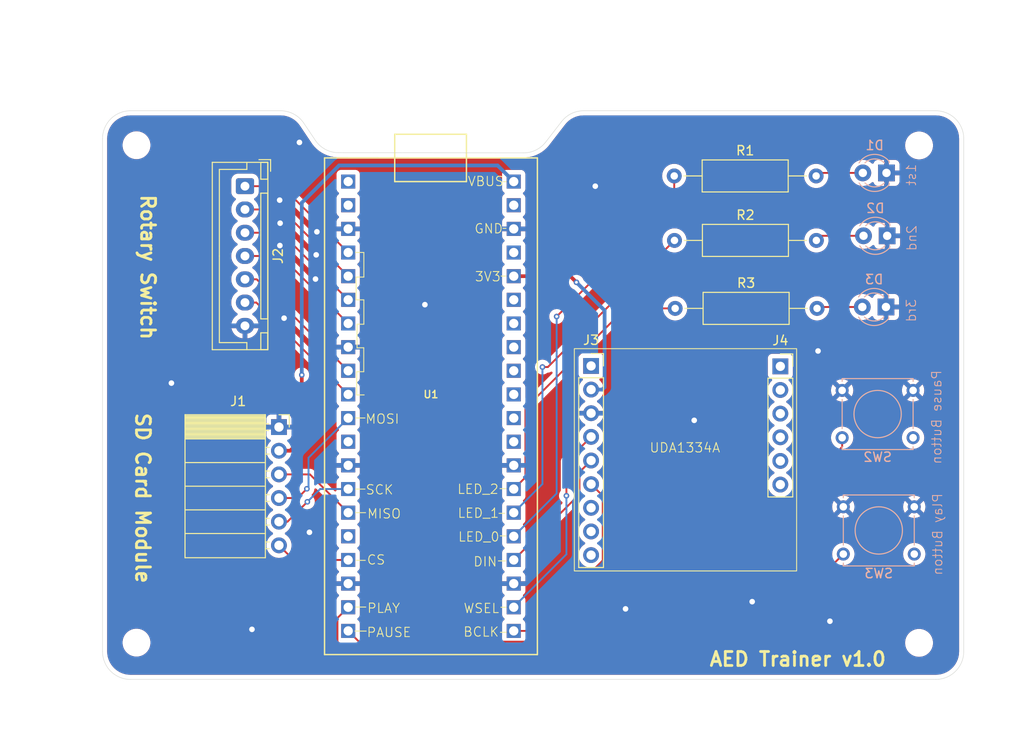
<source format=kicad_pcb>
(kicad_pcb (version 20240108) (generator "pcbnew") (generator_version "8.0")
  (layers (0 "F.Cu" signal) (31 "B.Cu" signal) (34 "B.Paste" user) (35 "F.Paste" user) (36 "B.SilkS" user "B.Silkscreen") (37 "F.SilkS" user "F.Silkscreen") (38 "B.Mask" user) (39 "F.Mask" user) (44 "Edge.Cuts" user))
  (net 0 "")
  (net 1 "Net-(D1-A)")
  (net 2 "GND")
  (net 3 "Net-(D2-A)")
  (net 4 "Net-(D3-A)")
  (net 5 "/SCK")
  (net 6 "/MOSI")
  (net 7 "/CS")
  (net 8 "/MISO")
  (net 9 "/GPIO_4")
  (net 10 "/GPIO_3")
  (net 11 "/GPIO_5")
  (net 12 "/GPIO_2")
  (net 13 "/GPIO_6")
  (net 14 "/GPIO_7")
  (net 15 "/3V3")
  (net 16 "/BCLK")
  (net 20 "/DIN")
  (net 22 "/WSEL")
  (net 29 "/LED_0")
  (net 30 "/LED_1")
  (net 31 "/LED_2")
  (net 32 "/PAUSE")
  (net 33 "/PLAY")
  (net 47 "/VBUS")
  (footprint "Connector_JST:JST_XH_B7B-XH-A_1x07_P2.50mm_Vertical" (layer "F.Cu") (at 105.325 65.775 -90)
    (property "Reference" "J2")
    (property "Value" "Conn_01x07_Socket_Rotary_Switch")
  )
  (footprint "MountingHole:MountingHole_2.5mm" (layer "F.Cu") (at 177.725 114.825)
    (property "Reference" "REF**" (hide yes))
    (property "Value" "MountingHole_2.5mm")
  )
  (footprint "MountingHole:MountingHole_2.5mm" (layer "F.Cu") (at 93.675 114.8)
    (property "Reference" "REF**" (hide yes))
    (property "Value" "MountingHole_2.5mm")
  )
  (footprint "Connector_PinSocket_2.54mm:PinSocket_1x06_P2.54mm_Horizontal" (layer "F.Cu") (at 108.975 91.65)
    (property "Reference" "J1")
    (property "Value" "Conn_01x06_Socket_SD_Card_Module")
  )
  (footprint "MountingHole:MountingHole_2.5mm" (layer "F.Cu") (at 93.675 61.375)
    (property "Reference" "REF**" (hide yes))
    (property "Value" "MountingHole_2.5mm")
  )
  (footprint "Resistor_THT:R_Axial_DIN0309_L9.0mm_D3.2mm_P15.24mm_Horizontal" (layer "F.Cu") (at 151.53 78.9)
    (property "Reference" "R3")
    (property "Value" "100")
  )
  (footprint "RPI_Pico:RASPBERRY_PI_PICO" (layer "F.Cu") (at 125.3012 88.1412)
    (property "Reference" "U1")
    (property "Value" "RASPBERRY_PI_PICO")
  )
  (footprint "Resistor_THT:R_Axial_DIN0309_L9.0mm_D3.2mm_P15.24mm_Horizontal" (layer "F.Cu") (at 151.455 71.6)
    (property "Reference" "R2")
    (property "Value" "100")
  )
  (footprint "Connector_PinSocket_2.54mm:PinSocket_1x09_P2.54mm_Vertical" (layer "F.Cu") (at 142.5 85.08)
    (property "Reference" "J3")
    (property "Value" "Conn_01x09_Socket_UDA1334A_1")
  )
  (footprint "Connector_PinSocket_2.54mm:PinSocket_1x06_P2.54mm_Vertical" (layer "F.Cu") (at 162.825 85.125)
    (property "Reference" "J4")
    (property "Value" "Conn_01x06_Socket_UDA1334A_2" (hide yes))
  )
  (footprint "MountingHole:MountingHole_2.5mm" (layer "F.Cu") (at 177.725 61.4)
    (property "Reference" "REF**" (hide yes))
    (property "Value" "MountingHole_2.5mm")
  )
  (footprint "Resistor_THT:R_Axial_DIN0309_L9.0mm_D3.2mm_P15.24mm_Horizontal" (layer "F.Cu") (at 151.43 64.675)
    (property "Reference" "R1")
    (property "Value" "100")
  )
  (footprint "LED_THT:LED_D3.0mm" (layer "B.Cu") (at 174.3 71.105 180)
    (property "Reference" "D2")
    (property "Value" "LED")
  )
  (footprint "Button_Switch_THT:SW_Tactile_Straight_KSL0Axx1LFTR" (layer "B.Cu") (at 169.59 105.29)
    (property "Reference" "SW3")
    (property "Value" "SW_Push_PLAY")
  )
  (footprint "LED_THT:LED_D3.0mm" (layer "B.Cu") (at 174.225 64.35 180)
    (property "Reference" "D1")
    (property "Value" "LED")
  )
  (footprint "LED_THT:LED_D3.0mm" (layer "B.Cu") (at 174.17 78.75 180)
    (property "Reference" "D3")
    (property "Value" "LED")
  )
  (footprint "Button_Switch_THT:SW_Tactile_Straight_KSL0Axx1LFTR" (layer "B.Cu") (at 169.465 92.79)
    (property "Reference" "SW2")
    (property "Value" "SW_PAUSE")
  )
  (gr_rect (start 140.7 83.225) (end 164.575 107.1) (stroke (width 0.1)) (fill none) (layer "F.SilkS"))
  (gr_arc (start 115.371058 62.176739) (mid 113.962374 61.823719) (end 112.884577 60.850405) (stroke (width 0.05)) (layer "Edge.Cuts"))
  (gr_arc (start 139.324252 58.839538) (mid 140.375576 57.981839) (end 141.697242 57.675) (stroke (width 0.05)) (layer "Edge.Cuts"))
  (gr_arc (start 93.025 118.75) (mid 90.90368 117.87132) (end 90.025 115.75) (stroke (width 0.05)) (layer "Edge.Cuts"))
  (gr_line (start 182.525 60.675) (end 182.525 115.75) (stroke (width 0.05)) (layer "Edge.Cuts"))
  (gr_line (start 179.525 118.75) (end 93.025 118.75) (stroke (width 0.05)) (layer "Edge.Cuts"))
  (gr_arc (start 182.525 115.75) (mid 181.64632 117.87132) (end 179.525 118.75) (stroke (width 0.05)) (layer "Edge.Cuts"))
  (gr_arc (start 137.626989 61.033857) (mid 136.574201 61.89229) (end 135.250731 62.198394) (stroke (width 0.05)) (layer "Edge.Cuts"))
  (gr_arc (start 109.151844 57.675) (mid 110.562328 58.027282) (end 111.641592 59.001336) (stroke (width 0.05)) (layer "Edge.Cuts"))
  (gr_line (start 111.641592 59.001336) (end 112.884577 60.850405) (stroke (width 0.05)) (layer "Edge.Cuts"))
  (gr_line (start 141.697242 57.675) (end 179.525 57.675) (stroke (width 0.05)) (layer "Edge.Cuts"))
  (gr_arc (start 179.525 57.675) (mid 181.64632 58.55368) (end 182.525 60.675) (stroke (width 0.05)) (layer "Edge.Cuts"))
  (gr_arc (start 90.025 60.675) (mid 90.90368 58.55368) (end 93.025 57.675) (stroke (width 0.05)) (layer "Edge.Cuts"))
  (gr_line (start 90.025 115.75) (end 90.025 60.675) (stroke (width 0.05)) (layer "Edge.Cuts"))
  (gr_line (start 109.151844 57.675) (end 93.025 57.675) (stroke (width 0.05)) (layer "Edge.Cuts"))
  (gr_line (start 115.371058 62.176739) (end 135.250731 62.198394) (stroke (width 0.05)) (layer "Edge.Cuts"))
  (gr_line (start 137.626989 61.033857) (end 139.324252 58.839538) (stroke (width 0.05)) (layer "Edge.Cuts"))
  (gr_text "3rd" (at 177.475 77.825 90) (layer "B.SilkS") (effects (font (size 1 1) (thickness 0.1)) (justify left bottom mirror)))
  (gr_text "Play Button" (at 180.3 98.7 90) (layer "B.SilkS") (effects (font (size 1 1) (thickness 0.1)) (justify left bottom mirror)))
  (gr_text "2nd" (at 177.525 69.9 90) (layer "B.SilkS") (effects (font (size 1 1) (thickness 0.1)) (justify left bottom mirror)))
  (gr_text "1st" (at 177.475 63.325 90) (layer "B.SilkS") (effects (font (size 1 1) (thickness 0.1)) (justify left bottom mirror)))
  (gr_text "Pause Button" (at 180.2 85.475 90) (layer "B.SilkS") (effects (font (size 1 1) (thickness 0.1)) (justify left bottom mirror)))
  (gr_text "AED Trainer v1.0" (at 155.075 117.45 0) (layer "F.SilkS") (effects (font (size 1.5 1.5) (thickness 0.3) (bold yes)) (justify left bottom)))
  (gr_text "Rotary Switch" (at 94.025 66.525 270) (layer "F.SilkS") (effects (font (size 1.5 1.5) (thickness 0.3) (bold yes)) (justify left bottom)))
  (gr_text "UDA1334A" (at 148.725 94.45 0) (layer "F.SilkS") (effects (font (size 1 1) (thickness 0.1)) (justify left bottom)))
  (gr_text "SD Card Module" (at 93.475 89.975 -90) (layer "F.SilkS") (effects (font (size 1.5 1.5) (thickness 0.3) (bold yes)) (justify left bottom)))
  (segment (start 171.685 64.35) (end 166.995 64.35) (width 0.2) (layer "F.Cu") (net 1))
  (segment (start 166.995 64.35) (end 166.67 64.675) (width 0.2) (layer "F.Cu") (net 1))
  (via (at 112.9 75.75) (size 1.2) (drill 0.6) (layers "F.Cu" "B.Cu") (net 2))
  (via (at 146.2 111.175) (size 1.2) (drill 0.6) (layers "F.Cu" "B.Cu") (net 2))
  (via (at 97.425 86.925) (size 1.2) (drill 0.6) (layers "F.Cu" "B.Cu") (net 2))
  (via (at 109.1 69.75) (size 1.2) (drill 0.6) (layers "F.Cu" "B.Cu") (net 2))
  (via (at 124.65 78.5) (size 1.2) (drill 0.6) (layers "F.Cu" "B.Cu") (net 2))
  (via (at 111.175 61.075) (size 1.2) (drill 0.6) (layers "F.Cu" "B.Cu") (net 2))
  (via (at 112.25 102.95) (size 1.2) (drill 0.6) (layers "F.Cu" "B.Cu") (net 2))
  (via (at 159.8 110.4) (size 1.2) (drill 0.6) (layers "F.Cu" "B.Cu") (net 2))
  (via (at 109.075 72.15) (size 1.2) (drill 0.6) (layers "F.Cu" "B.Cu") (net 2))
  (via (at 113.05 70.675) (size 1.2) (drill 0.6) (layers "F.Cu" "B.Cu") (net 2))
  (via (at 142.95 65.775) (size 1.2) (drill 0.6) (layers "F.Cu" "B.Cu") (net 2))
  (via (at 168.15 112.5) (size 1.2) (drill 0.6) (layers "F.Cu" "B.Cu") (net 2))
  (via (at 109.05 67.275) (size 1.2) (drill 0.6) (layers "F.Cu" "B.Cu") (net 2))
  (via (at 166.875 83.475) (size 1.2) (drill 0.6) (layers "F.Cu" "B.Cu") (net 2))
  (via (at 106.075 113.375) (size 1.2) (drill 0.6) (layers "F.Cu" "B.Cu") (net 2))
  (via (at 153.575 90.925) (size 1.2) (drill 0.6) (layers "F.Cu" "B.Cu") (net 2))
  (via (at 112.975 73.15) (size 1.2) (drill 0.6) (layers "F.Cu" "B.Cu") (net 2))
  (via (at 109.525 79.95) (size 1.2) (drill 0.6) (layers "F.Cu" "B.Cu") (net 2))
  (segment (start 167.19 71.105) (end 166.695 71.6) (width 0.2) (layer "F.Cu") (net 3))
  (segment (start 171.76 71.105) (end 167.19 71.105) (width 0.2) (layer "F.Cu") (net 3))
  (segment (start 171.63 78.75) (end 166.92 78.75) (width 0.2) (layer "F.Cu") (net 4))
  (segment (start 166.92 78.75) (end 166.77 78.9) (width 0.2) (layer "F.Cu") (net 4))
  (segment (start 108.975 101.81) (end 109.89 101.81) (width 0.2) (layer "F.Cu") (net 5))
  (segment (start 109.89 101.81) (end 112.025 99.675) (width 0.2) (layer "F.Cu") (net 5))
  (via (at 112.025 99.675) (size 0.6) (drill 0.3) (layers "F.Cu" "B.Cu") (net 5))
  (segment (start 113.3988 98.3012) (end 116.4112 98.3012) (width 0.2) (layer "B.Cu") (net 5))
  (segment (start 112.025 99.675) (end 113.3988 98.3012) (width 0.2) (layer "B.Cu") (net 5))
  (segment (start 110.98 99.27) (end 111.975 98.275) (width 0.2) (layer "F.Cu") (net 6))
  (segment (start 108.975 99.27) (end 110.98 99.27) (width 0.2) (layer "F.Cu") (net 6))
  (via (at 111.975 98.275) (size 0.6) (drill 0.3) (layers "F.Cu" "B.Cu") (net 6))
  (segment (start 111.975 98.275) (end 112.15 98.1) (width 0.2) (layer "B.Cu") (net 6))
  (segment (start 112.15 94.9424) (end 116.4112 90.6812) (width 0.2) (layer "B.Cu") (net 6))
  (segment (start 112.15 98.1) (end 112.15 94.9424) (width 0.2) (layer "B.Cu") (net 6))
  (segment (start 108.975 104.35) (end 110.5462 105.9212) (width 0.2) (layer "F.Cu") (net 7))
  (segment (start 110.5462 105.9212) (end 116.4112 105.9212) (width 0.2) (layer "F.Cu") (net 7))
  (segment (start 108.975 96.73) (end 112.3 96.73) (width 0.2) (layer "F.Cu") (net 8))
  (segment (start 112.3 96.73) (end 116.4112 100.8412) (width 0.2) (layer "F.Cu") (net 8))
  (segment (start 105.325 70.775) (end 109.205 70.775) (width 0.2) (layer "F.Cu") (net 9))
  (segment (start 109.205 70.775) (end 116.4112 77.9812) (width 0.2) (layer "F.Cu") (net 9))
  (segment (start 109.245 68.275) (end 116.4112 75.4412) (width 0.2) (layer "F.Cu") (net 10))
  (segment (start 105.325 68.275) (end 109.245 68.275) (width 0.2) (layer "F.Cu") (net 10))
  (segment (start 109.165 73.275) (end 116.4112 80.5212) (width 0.2) (layer "F.Cu") (net 11))
  (segment (start 105.325 73.275) (end 109.165 73.275) (width 0.2) (layer "F.Cu") (net 11))
  (segment (start 105.325 65.775) (end 109.285 65.775) (width 0.2) (layer "F.Cu") (net 12))
  (segment (start 109.285 65.775) (end 116.4112 72.9012) (width 0.2) (layer "F.Cu") (net 12))
  (segment (start 105.325 75.775) (end 106.585 75.775) (width 0.2) (layer "F.Cu") (net 13))
  (segment (start 106.585 75.775) (end 116.4112 85.6012) (width 0.2) (layer "F.Cu") (net 13))
  (segment (start 106.545 78.275) (end 116.4112 88.1412) (width 0.2) (layer "F.Cu") (net 14))
  (segment (start 105.325 78.275) (end 106.545 78.275) (width 0.2) (layer "F.Cu") (net 14))
  (segment (start 140.2662 75.4412) (end 140.925 76.1) (width 0.4) (layer "F.Cu") (net 15))
  (segment (start 134.1912 75.4412) (end 140.2662 75.4412) (width 0.4) (layer "F.Cu") (net 15))
  (via (at 140.925 76.1) (size 0.6) (drill 0.3) (layers "F.Cu" "B.Cu") (net 15))
  (segment (start 140.925 76.1) (end 143.95 79.125) (width 0.4) (layer "B.Cu") (net 15))
  (segment (start 143.95 79.125) (end 143.95 87.372081) (width 0.4) (layer "B.Cu") (net 15))
  (segment (start 143.702081 87.62) (end 142.5 87.62) (width 0.4) (layer "B.Cu") (net 15))
  (segment (start 143.95 87.372081) (end 143.702081 87.62) (width 0.4) (layer "B.Cu") (net 15))
  (segment (start 143.75 105.975) (end 136.1838 113.5412) (width 0.2) (layer "F.Cu") (net 16))
  (segment (start 142.5 97.78) (end 143.75 99.03) (width 0.2) (layer "F.Cu") (net 16))
  (segment (start 143.75 99.03) (end 143.75 105.975) (width 0.2) (layer "F.Cu") (net 16))
  (segment (start 136.1838 113.5412) (end 134.1912 113.5412) (width 0.2) (layer "F.Cu") (net 16))
  (segment (start 141.25 98.8624) (end 134.1912 105.9212) (width 0.2) (layer "F.Cu") (net 20))
  (segment (start 141.25 96.49) (end 141.25 98.8624) (width 0.2) (layer "F.Cu") (net 20))
  (segment (start 142.5 95.24) (end 141.25 96.49) (width 0.2) (layer "F.Cu") (net 20))
  (segment (start 139.85 95.35) (end 139.85 99.025) (width 0.2) (layer "F.Cu") (net 22))
  (segment (start 142.5 92.7) (end 139.85 95.35) (width 0.2) (layer "F.Cu") (net 22))
  (via (at 139.85 99.025) (size 0.6) (drill 0.3) (layers "F.Cu" "B.Cu") (net 22))
  (segment (start 139.85 99.025) (end 139.85 105.3104) (width 0.2) (layer "B.Cu") (net 22))
  (segment (start 134.1912 110.9692) (end 134.1912 111.0012) (width 0.2) (layer "B.Cu") (net 22))
  (segment (start 139.85 105.3104) (end 134.1912 110.9692) (width 0.2) (layer "B.Cu") (net 22))
  (segment (start 151.43 67.145) (end 138.8 79.775) (width 0.2) (layer "F.Cu") (net 29))
  (segment (start 151.43 64.675) (end 151.43 67.145) (width 0.2) (layer "F.Cu") (net 29))
  (via (at 138.8 79.775) (size 0.6) (drill 0.3) (layers "F.Cu" "B.Cu") (net 29))
  (segment (start 138.8 79.775) (end 138.8 98.7724) (width 0.2) (layer "B.Cu") (net 29))
  (segment (start 138.8 98.7724) (end 134.1912 103.3812) (width 0.2) (layer "B.Cu") (net 29))
  (segment (start 137.855 85.2) (end 137.275 85.2) (width 0.2) (layer "F.Cu") (net 30))
  (segment (start 151.455 71.6) (end 137.855 85.2) (width 0.2) (layer "F.Cu") (net 30))
  (via (at 137.275 85.2) (size 0.6) (drill 0.3) (layers "F.Cu" "B.Cu") (net 30))
  (segment (start 137.275 97.7574) (end 134.1912 100.8412) (width 0.2) (layer "B.Cu") (net 30))
  (segment (start 137.275 85.2) (end 137.275 97.7574) (width 0.2) (layer "B.Cu") (net 30))
  (segment (start 146.18 78.9) (end 135.4452 89.6348) (width 0.2) (layer "F.Cu") (net 31))
  (segment (start 151.53 78.9) (end 146.18 78.9) (width 0.2) (layer "F.Cu") (net 31))
  (segment (start 135.4452 97.0472) (end 134.1912 98.3012) (width 0.2) (layer "F.Cu") (net 31))
  (segment (start 135.4452 89.6348) (end 135.4452 97.0472) (width 0.2) (layer "F.Cu") (net 31))
  (segment (start 169.465 92.79) (end 169.465 93.777828) (width 0.2) (layer "F.Cu") (net 32))
  (segment (start 117.5652 114.6952) (end 116.4112 113.5412) (width 0.2) (layer "F.Cu") (net 32))
  (segment (start 169.465 93.777828) (end 148.547628 114.6952) (width 0.2) (layer "F.Cu") (net 32))
  (segment (start 148.547628 114.6952) (end 117.5652 114.6952) (width 0.2) (layer "F.Cu") (net 32))
  (segment (start 115.2572 112.1552) (end 116.4112 111.0012) (width 0.2) (layer "F.Cu") (net 33))
  (segment (start 115.7572 115.1952) (end 115.2572 114.6952) (width 0.2) (layer "F.Cu") (net 33))
  (segment (start 115.2572 114.6952) (end 115.2572 112.1552) (width 0.2) (layer "F.Cu") (net 33))
  (segment (start 169.59 105.29) (end 159.6848 115.1952) (width 0.2) (layer "F.Cu") (net 33))
  (segment (start 159.6848 115.1952) (end 115.7572 115.1952) (width 0.2) (layer "F.Cu") (net 33))
  (segment (start 111.425 92.942081) (end 111.425 86.05) (width 0.4) (layer "F.Cu") (net 47))
  (segment (start 108.975 94.19) (end 110.177081 94.19) (width 0.4) (layer "F.Cu") (net 47))
  (segment (start 110.177081 94.19) (end 111.425 92.942081) (width 0.4) (layer "F.Cu") (net 47))
  (via (at 111.425 86.05) (size 0.6) (drill 0.3) (layers "F.Cu" "B.Cu") (net 47))
  (segment (start 111.425 86.05) (end 111.425 67.5594) (width 0.4) (layer "B.Cu") (net 47))
  (segment (start 111.425 67.5594) (end 115.4344 63.55) (width 0.4) (layer "B.Cu") (net 47))
  (segment (start 132.46 63.55) (end 134.1912 65.2812) (width 0.4) (layer "B.Cu") (net 47))
  (segment (start 115.4344 63.55) (end 132.46 63.55) (width 0.4) (layer "B.Cu") (net 47))
  (zone (net 2) (net_name "GND") (layers "F.Cu" "B.Cu") (name "GND") (connect_pads (clearance 0.5)) (min_thickness 0.25) (fill yes (thermal_gap 0.5) (thermal_bridge_width 0.5) (smoothing fillet) (radius 1))
    (polygon (pts (xy 90.1 57.75) (xy 182.5 57.8) (xy 182.475 118.7) (xy 90.2 118.65)))
  )
)
</source>
